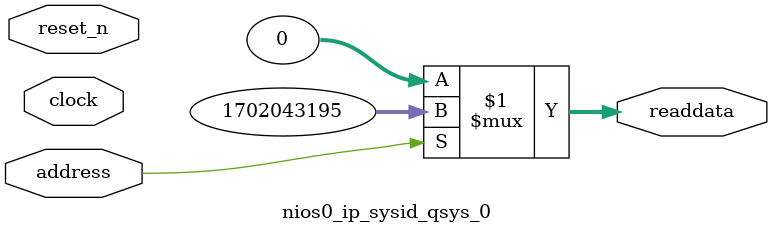
<source format=v>



// synthesis translate_off
`timescale 1ns / 1ps
// synthesis translate_on

// turn off superfluous verilog processor warnings 
// altera message_level Level1 
// altera message_off 10034 10035 10036 10037 10230 10240 10030 

module nios0_ip_sysid_qsys_0 (
               // inputs:
                address,
                clock,
                reset_n,

               // outputs:
                readdata
             )
;

  output  [ 31: 0] readdata;
  input            address;
  input            clock;
  input            reset_n;

  wire    [ 31: 0] readdata;
  //control_slave, which is an e_avalon_slave
  assign readdata = address ? 1702043195 : 0;

endmodule



</source>
